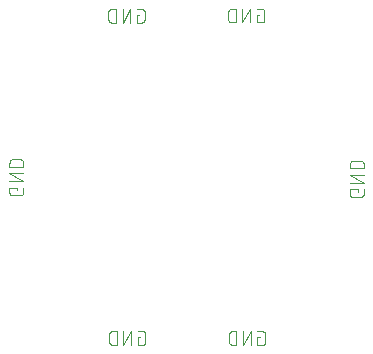
<source format=gbr>
G04 EAGLE Gerber RS-274X export*
G75*
%MOMM*%
%FSLAX34Y34*%
%LPD*%
%INSilkscreen Bottom*%
%IPPOS*%
%AMOC8*
5,1,8,0,0,1.08239X$1,22.5*%
G01*
%ADD10C,0.101600*%


D10*
X407088Y483471D02*
X405140Y483471D01*
X405140Y476980D01*
X409035Y476980D01*
X409134Y476982D01*
X409234Y476988D01*
X409333Y476997D01*
X409431Y477010D01*
X409529Y477027D01*
X409627Y477048D01*
X409723Y477073D01*
X409818Y477101D01*
X409912Y477133D01*
X410005Y477168D01*
X410097Y477207D01*
X410187Y477250D01*
X410275Y477295D01*
X410362Y477345D01*
X410446Y477397D01*
X410529Y477453D01*
X410609Y477511D01*
X410687Y477573D01*
X410762Y477638D01*
X410835Y477706D01*
X410905Y477776D01*
X410973Y477849D01*
X411038Y477924D01*
X411100Y478002D01*
X411158Y478082D01*
X411214Y478165D01*
X411266Y478249D01*
X411316Y478336D01*
X411361Y478424D01*
X411404Y478514D01*
X411443Y478606D01*
X411478Y478699D01*
X411510Y478793D01*
X411538Y478888D01*
X411563Y478984D01*
X411584Y479082D01*
X411601Y479180D01*
X411614Y479278D01*
X411623Y479377D01*
X411629Y479477D01*
X411631Y479576D01*
X411632Y479576D02*
X411632Y486068D01*
X411631Y486068D02*
X411629Y486167D01*
X411623Y486267D01*
X411614Y486366D01*
X411601Y486464D01*
X411584Y486562D01*
X411563Y486660D01*
X411538Y486756D01*
X411510Y486851D01*
X411478Y486945D01*
X411443Y487038D01*
X411404Y487130D01*
X411361Y487220D01*
X411316Y487308D01*
X411266Y487395D01*
X411214Y487479D01*
X411158Y487562D01*
X411100Y487642D01*
X411038Y487720D01*
X410973Y487795D01*
X410905Y487868D01*
X410835Y487938D01*
X410762Y488006D01*
X410687Y488071D01*
X410609Y488133D01*
X410529Y488191D01*
X410446Y488247D01*
X410362Y488299D01*
X410275Y488349D01*
X410187Y488394D01*
X410097Y488437D01*
X410005Y488476D01*
X409912Y488511D01*
X409818Y488543D01*
X409723Y488571D01*
X409627Y488596D01*
X409529Y488617D01*
X409431Y488634D01*
X409333Y488647D01*
X409234Y488656D01*
X409134Y488662D01*
X409035Y488664D01*
X405140Y488664D01*
X399440Y488664D02*
X399440Y476980D01*
X392948Y476980D02*
X399440Y488664D01*
X392948Y488664D02*
X392948Y476980D01*
X387248Y476980D02*
X387248Y488664D01*
X384002Y488664D01*
X383889Y488662D01*
X383776Y488656D01*
X383663Y488646D01*
X383550Y488632D01*
X383438Y488615D01*
X383327Y488593D01*
X383217Y488568D01*
X383107Y488538D01*
X382999Y488505D01*
X382892Y488468D01*
X382786Y488428D01*
X382682Y488383D01*
X382579Y488335D01*
X382478Y488284D01*
X382379Y488229D01*
X382282Y488171D01*
X382187Y488109D01*
X382094Y488044D01*
X382004Y487976D01*
X381916Y487905D01*
X381830Y487830D01*
X381747Y487753D01*
X381667Y487673D01*
X381590Y487590D01*
X381515Y487504D01*
X381444Y487416D01*
X381376Y487326D01*
X381311Y487233D01*
X381249Y487138D01*
X381191Y487041D01*
X381136Y486942D01*
X381085Y486841D01*
X381037Y486738D01*
X380992Y486634D01*
X380952Y486528D01*
X380915Y486421D01*
X380882Y486313D01*
X380852Y486203D01*
X380827Y486093D01*
X380805Y485982D01*
X380788Y485870D01*
X380774Y485757D01*
X380764Y485644D01*
X380758Y485531D01*
X380756Y485418D01*
X380756Y480226D01*
X380758Y480113D01*
X380764Y480000D01*
X380774Y479887D01*
X380788Y479774D01*
X380805Y479662D01*
X380827Y479551D01*
X380852Y479441D01*
X380882Y479331D01*
X380915Y479223D01*
X380952Y479116D01*
X380992Y479010D01*
X381037Y478906D01*
X381085Y478803D01*
X381136Y478702D01*
X381191Y478603D01*
X381249Y478506D01*
X381311Y478411D01*
X381376Y478318D01*
X381444Y478228D01*
X381515Y478140D01*
X381590Y478054D01*
X381667Y477971D01*
X381747Y477891D01*
X381830Y477814D01*
X381916Y477739D01*
X382004Y477668D01*
X382094Y477600D01*
X382187Y477535D01*
X382282Y477473D01*
X382379Y477415D01*
X382478Y477360D01*
X382579Y477309D01*
X382682Y477261D01*
X382786Y477216D01*
X382892Y477176D01*
X382999Y477139D01*
X383107Y477106D01*
X383217Y477076D01*
X383327Y477051D01*
X383438Y477029D01*
X383550Y477012D01*
X383663Y476998D01*
X383776Y476988D01*
X383889Y476982D01*
X384002Y476980D01*
X387248Y476980D01*
X405648Y210451D02*
X407596Y210451D01*
X405648Y210451D02*
X405648Y203960D01*
X409543Y203960D01*
X409642Y203962D01*
X409742Y203968D01*
X409841Y203977D01*
X409939Y203990D01*
X410037Y204007D01*
X410135Y204028D01*
X410231Y204053D01*
X410326Y204081D01*
X410420Y204113D01*
X410513Y204148D01*
X410605Y204187D01*
X410695Y204230D01*
X410783Y204275D01*
X410870Y204325D01*
X410954Y204377D01*
X411037Y204433D01*
X411117Y204491D01*
X411195Y204553D01*
X411270Y204618D01*
X411343Y204686D01*
X411413Y204756D01*
X411481Y204829D01*
X411546Y204904D01*
X411608Y204982D01*
X411666Y205062D01*
X411722Y205145D01*
X411774Y205229D01*
X411824Y205316D01*
X411869Y205404D01*
X411912Y205494D01*
X411951Y205586D01*
X411986Y205679D01*
X412018Y205773D01*
X412046Y205868D01*
X412071Y205964D01*
X412092Y206062D01*
X412109Y206160D01*
X412122Y206258D01*
X412131Y206357D01*
X412137Y206457D01*
X412139Y206556D01*
X412140Y206556D02*
X412140Y213048D01*
X412139Y213048D02*
X412137Y213147D01*
X412131Y213247D01*
X412122Y213346D01*
X412109Y213444D01*
X412092Y213542D01*
X412071Y213640D01*
X412046Y213736D01*
X412018Y213831D01*
X411986Y213925D01*
X411951Y214018D01*
X411912Y214110D01*
X411869Y214200D01*
X411824Y214288D01*
X411774Y214375D01*
X411722Y214459D01*
X411666Y214542D01*
X411608Y214622D01*
X411546Y214700D01*
X411481Y214775D01*
X411413Y214848D01*
X411343Y214918D01*
X411270Y214986D01*
X411195Y215051D01*
X411117Y215113D01*
X411037Y215171D01*
X410954Y215227D01*
X410870Y215279D01*
X410783Y215329D01*
X410695Y215374D01*
X410605Y215417D01*
X410513Y215456D01*
X410420Y215491D01*
X410326Y215523D01*
X410231Y215551D01*
X410135Y215576D01*
X410037Y215597D01*
X409939Y215614D01*
X409841Y215627D01*
X409742Y215636D01*
X409642Y215642D01*
X409543Y215644D01*
X405648Y215644D01*
X399948Y215644D02*
X399948Y203960D01*
X393456Y203960D02*
X399948Y215644D01*
X393456Y215644D02*
X393456Y203960D01*
X387756Y203960D02*
X387756Y215644D01*
X384510Y215644D01*
X384397Y215642D01*
X384284Y215636D01*
X384171Y215626D01*
X384058Y215612D01*
X383946Y215595D01*
X383835Y215573D01*
X383725Y215548D01*
X383615Y215518D01*
X383507Y215485D01*
X383400Y215448D01*
X383294Y215408D01*
X383190Y215363D01*
X383087Y215315D01*
X382986Y215264D01*
X382887Y215209D01*
X382790Y215151D01*
X382695Y215089D01*
X382602Y215024D01*
X382512Y214956D01*
X382424Y214885D01*
X382338Y214810D01*
X382255Y214733D01*
X382175Y214653D01*
X382098Y214570D01*
X382023Y214484D01*
X381952Y214396D01*
X381884Y214306D01*
X381819Y214213D01*
X381757Y214118D01*
X381699Y214021D01*
X381644Y213922D01*
X381593Y213821D01*
X381545Y213718D01*
X381500Y213614D01*
X381460Y213508D01*
X381423Y213401D01*
X381390Y213293D01*
X381360Y213183D01*
X381335Y213073D01*
X381313Y212962D01*
X381296Y212850D01*
X381282Y212737D01*
X381272Y212624D01*
X381266Y212511D01*
X381264Y212398D01*
X381264Y207206D01*
X381266Y207093D01*
X381272Y206980D01*
X381282Y206867D01*
X381296Y206754D01*
X381313Y206642D01*
X381335Y206531D01*
X381360Y206421D01*
X381390Y206311D01*
X381423Y206203D01*
X381460Y206096D01*
X381500Y205990D01*
X381545Y205886D01*
X381593Y205783D01*
X381644Y205682D01*
X381699Y205583D01*
X381757Y205486D01*
X381819Y205391D01*
X381884Y205298D01*
X381952Y205208D01*
X382023Y205120D01*
X382098Y205034D01*
X382175Y204951D01*
X382255Y204871D01*
X382338Y204794D01*
X382424Y204719D01*
X382512Y204648D01*
X382602Y204580D01*
X382695Y204515D01*
X382790Y204453D01*
X382887Y204395D01*
X382986Y204340D01*
X383087Y204289D01*
X383190Y204241D01*
X383294Y204196D01*
X383400Y204156D01*
X383507Y204119D01*
X383615Y204086D01*
X383725Y204056D01*
X383835Y204031D01*
X383946Y204009D01*
X384058Y203992D01*
X384171Y203978D01*
X384284Y203968D01*
X384397Y203962D01*
X384510Y203960D01*
X387756Y203960D01*
X202239Y335056D02*
X202239Y337004D01*
X195748Y337004D01*
X195748Y333109D01*
X195750Y333010D01*
X195756Y332910D01*
X195765Y332811D01*
X195778Y332713D01*
X195795Y332615D01*
X195816Y332517D01*
X195841Y332421D01*
X195869Y332326D01*
X195901Y332232D01*
X195936Y332139D01*
X195975Y332047D01*
X196018Y331957D01*
X196063Y331869D01*
X196113Y331782D01*
X196165Y331698D01*
X196221Y331615D01*
X196279Y331535D01*
X196341Y331457D01*
X196406Y331382D01*
X196474Y331309D01*
X196544Y331239D01*
X196617Y331171D01*
X196692Y331106D01*
X196770Y331044D01*
X196850Y330986D01*
X196933Y330930D01*
X197017Y330878D01*
X197104Y330828D01*
X197192Y330783D01*
X197282Y330740D01*
X197374Y330701D01*
X197467Y330666D01*
X197561Y330634D01*
X197656Y330606D01*
X197752Y330581D01*
X197850Y330560D01*
X197948Y330543D01*
X198046Y330530D01*
X198145Y330521D01*
X198245Y330515D01*
X198344Y330513D01*
X198344Y330512D02*
X204836Y330512D01*
X204836Y330513D02*
X204935Y330515D01*
X205035Y330521D01*
X205134Y330530D01*
X205232Y330543D01*
X205330Y330560D01*
X205428Y330581D01*
X205524Y330606D01*
X205619Y330634D01*
X205713Y330666D01*
X205806Y330701D01*
X205898Y330740D01*
X205988Y330783D01*
X206076Y330828D01*
X206163Y330878D01*
X206247Y330930D01*
X206330Y330986D01*
X206410Y331044D01*
X206488Y331106D01*
X206563Y331171D01*
X206636Y331239D01*
X206706Y331309D01*
X206774Y331382D01*
X206839Y331457D01*
X206901Y331535D01*
X206959Y331615D01*
X207015Y331698D01*
X207067Y331782D01*
X207117Y331869D01*
X207162Y331957D01*
X207205Y332047D01*
X207244Y332139D01*
X207279Y332231D01*
X207311Y332326D01*
X207339Y332421D01*
X207364Y332517D01*
X207385Y332615D01*
X207402Y332713D01*
X207415Y332811D01*
X207424Y332910D01*
X207430Y333010D01*
X207432Y333109D01*
X207432Y337004D01*
X207432Y342704D02*
X195748Y342704D01*
X195748Y349196D02*
X207432Y342704D01*
X207432Y349196D02*
X195748Y349196D01*
X195748Y354896D02*
X207432Y354896D01*
X207432Y358142D01*
X207430Y358255D01*
X207424Y358368D01*
X207414Y358481D01*
X207400Y358594D01*
X207383Y358706D01*
X207361Y358817D01*
X207336Y358927D01*
X207306Y359037D01*
X207273Y359145D01*
X207236Y359252D01*
X207196Y359358D01*
X207151Y359462D01*
X207103Y359565D01*
X207052Y359666D01*
X206997Y359765D01*
X206939Y359862D01*
X206877Y359957D01*
X206812Y360050D01*
X206744Y360140D01*
X206673Y360228D01*
X206598Y360314D01*
X206521Y360397D01*
X206441Y360477D01*
X206358Y360554D01*
X206272Y360629D01*
X206184Y360700D01*
X206094Y360768D01*
X206001Y360833D01*
X205906Y360895D01*
X205809Y360953D01*
X205710Y361008D01*
X205609Y361059D01*
X205506Y361107D01*
X205402Y361152D01*
X205296Y361192D01*
X205189Y361229D01*
X205081Y361262D01*
X204971Y361292D01*
X204861Y361317D01*
X204750Y361339D01*
X204638Y361356D01*
X204525Y361370D01*
X204412Y361380D01*
X204299Y361386D01*
X204186Y361388D01*
X198994Y361388D01*
X198881Y361386D01*
X198768Y361380D01*
X198655Y361370D01*
X198542Y361356D01*
X198430Y361339D01*
X198319Y361317D01*
X198209Y361292D01*
X198099Y361262D01*
X197991Y361229D01*
X197884Y361192D01*
X197778Y361152D01*
X197674Y361107D01*
X197571Y361059D01*
X197470Y361008D01*
X197371Y360953D01*
X197274Y360895D01*
X197179Y360833D01*
X197086Y360768D01*
X196996Y360700D01*
X196908Y360629D01*
X196822Y360554D01*
X196739Y360477D01*
X196659Y360397D01*
X196582Y360314D01*
X196507Y360228D01*
X196436Y360140D01*
X196368Y360050D01*
X196303Y359957D01*
X196241Y359862D01*
X196183Y359765D01*
X196128Y359666D01*
X196077Y359565D01*
X196029Y359462D01*
X195984Y359358D01*
X195944Y359252D01*
X195907Y359145D01*
X195874Y359037D01*
X195844Y358927D01*
X195819Y358817D01*
X195797Y358706D01*
X195780Y358594D01*
X195766Y358481D01*
X195756Y358368D01*
X195750Y358255D01*
X195748Y358142D01*
X195748Y354896D01*
X303628Y483344D02*
X305576Y483344D01*
X303628Y483344D02*
X303628Y476853D01*
X307523Y476853D01*
X307622Y476855D01*
X307722Y476861D01*
X307821Y476870D01*
X307919Y476883D01*
X308017Y476900D01*
X308115Y476921D01*
X308211Y476946D01*
X308306Y476974D01*
X308400Y477006D01*
X308493Y477041D01*
X308585Y477080D01*
X308675Y477123D01*
X308763Y477168D01*
X308850Y477218D01*
X308934Y477270D01*
X309017Y477326D01*
X309097Y477384D01*
X309175Y477446D01*
X309250Y477511D01*
X309323Y477579D01*
X309393Y477649D01*
X309461Y477722D01*
X309526Y477797D01*
X309588Y477875D01*
X309646Y477955D01*
X309702Y478038D01*
X309754Y478122D01*
X309804Y478209D01*
X309849Y478297D01*
X309892Y478387D01*
X309931Y478479D01*
X309966Y478572D01*
X309998Y478666D01*
X310026Y478761D01*
X310051Y478857D01*
X310072Y478955D01*
X310089Y479053D01*
X310102Y479151D01*
X310111Y479250D01*
X310117Y479350D01*
X310119Y479449D01*
X310120Y479449D02*
X310120Y485941D01*
X310119Y485941D02*
X310117Y486040D01*
X310111Y486140D01*
X310102Y486239D01*
X310089Y486337D01*
X310072Y486435D01*
X310051Y486533D01*
X310026Y486629D01*
X309998Y486724D01*
X309966Y486818D01*
X309931Y486911D01*
X309892Y487003D01*
X309849Y487093D01*
X309804Y487181D01*
X309754Y487268D01*
X309702Y487352D01*
X309646Y487435D01*
X309588Y487515D01*
X309526Y487593D01*
X309461Y487668D01*
X309393Y487741D01*
X309323Y487811D01*
X309250Y487879D01*
X309175Y487944D01*
X309097Y488006D01*
X309017Y488064D01*
X308934Y488120D01*
X308850Y488172D01*
X308763Y488222D01*
X308675Y488267D01*
X308585Y488310D01*
X308493Y488349D01*
X308400Y488384D01*
X308306Y488416D01*
X308211Y488444D01*
X308115Y488469D01*
X308017Y488490D01*
X307919Y488507D01*
X307821Y488520D01*
X307722Y488529D01*
X307622Y488535D01*
X307523Y488537D01*
X303628Y488537D01*
X297928Y488537D02*
X297928Y476853D01*
X291436Y476853D02*
X297928Y488537D01*
X291436Y488537D02*
X291436Y476853D01*
X285736Y476853D02*
X285736Y488537D01*
X282490Y488537D01*
X282377Y488535D01*
X282264Y488529D01*
X282151Y488519D01*
X282038Y488505D01*
X281926Y488488D01*
X281815Y488466D01*
X281705Y488441D01*
X281595Y488411D01*
X281487Y488378D01*
X281380Y488341D01*
X281274Y488301D01*
X281170Y488256D01*
X281067Y488208D01*
X280966Y488157D01*
X280867Y488102D01*
X280770Y488044D01*
X280675Y487982D01*
X280582Y487917D01*
X280492Y487849D01*
X280404Y487778D01*
X280318Y487703D01*
X280235Y487626D01*
X280155Y487546D01*
X280078Y487463D01*
X280003Y487377D01*
X279932Y487289D01*
X279864Y487199D01*
X279799Y487106D01*
X279737Y487011D01*
X279679Y486914D01*
X279624Y486815D01*
X279573Y486714D01*
X279525Y486611D01*
X279480Y486507D01*
X279440Y486401D01*
X279403Y486294D01*
X279370Y486186D01*
X279340Y486076D01*
X279315Y485966D01*
X279293Y485855D01*
X279276Y485743D01*
X279262Y485630D01*
X279252Y485517D01*
X279246Y485404D01*
X279244Y485291D01*
X279244Y480099D01*
X279246Y479986D01*
X279252Y479873D01*
X279262Y479760D01*
X279276Y479647D01*
X279293Y479535D01*
X279315Y479424D01*
X279340Y479314D01*
X279370Y479204D01*
X279403Y479096D01*
X279440Y478989D01*
X279480Y478883D01*
X279525Y478779D01*
X279573Y478676D01*
X279624Y478575D01*
X279679Y478476D01*
X279737Y478379D01*
X279799Y478284D01*
X279864Y478191D01*
X279932Y478101D01*
X280003Y478013D01*
X280078Y477927D01*
X280155Y477844D01*
X280235Y477764D01*
X280318Y477687D01*
X280404Y477612D01*
X280492Y477541D01*
X280582Y477473D01*
X280675Y477408D01*
X280770Y477346D01*
X280867Y477288D01*
X280966Y477233D01*
X281067Y477182D01*
X281170Y477134D01*
X281274Y477089D01*
X281380Y477049D01*
X281487Y477012D01*
X281595Y476979D01*
X281705Y476949D01*
X281815Y476924D01*
X281926Y476902D01*
X282038Y476885D01*
X282151Y476871D01*
X282264Y476861D01*
X282377Y476855D01*
X282490Y476853D01*
X285736Y476853D01*
X304302Y210451D02*
X306250Y210451D01*
X304302Y210451D02*
X304302Y203960D01*
X308197Y203960D01*
X308296Y203962D01*
X308396Y203968D01*
X308495Y203977D01*
X308593Y203990D01*
X308691Y204007D01*
X308789Y204028D01*
X308885Y204053D01*
X308980Y204081D01*
X309074Y204113D01*
X309167Y204148D01*
X309259Y204187D01*
X309349Y204230D01*
X309437Y204275D01*
X309524Y204325D01*
X309608Y204377D01*
X309691Y204433D01*
X309771Y204491D01*
X309849Y204553D01*
X309924Y204618D01*
X309997Y204686D01*
X310067Y204756D01*
X310135Y204829D01*
X310200Y204904D01*
X310262Y204982D01*
X310320Y205062D01*
X310376Y205145D01*
X310428Y205229D01*
X310478Y205316D01*
X310523Y205404D01*
X310566Y205494D01*
X310605Y205586D01*
X310640Y205679D01*
X310672Y205773D01*
X310700Y205868D01*
X310725Y205964D01*
X310746Y206062D01*
X310763Y206160D01*
X310776Y206258D01*
X310785Y206357D01*
X310791Y206457D01*
X310793Y206556D01*
X310794Y206556D02*
X310794Y213048D01*
X310793Y213048D02*
X310791Y213147D01*
X310785Y213247D01*
X310776Y213346D01*
X310763Y213444D01*
X310746Y213542D01*
X310725Y213640D01*
X310700Y213736D01*
X310672Y213831D01*
X310640Y213925D01*
X310605Y214018D01*
X310566Y214110D01*
X310523Y214200D01*
X310478Y214288D01*
X310428Y214375D01*
X310376Y214459D01*
X310320Y214542D01*
X310262Y214622D01*
X310200Y214700D01*
X310135Y214775D01*
X310067Y214848D01*
X309997Y214918D01*
X309924Y214986D01*
X309849Y215051D01*
X309771Y215113D01*
X309691Y215171D01*
X309608Y215227D01*
X309524Y215279D01*
X309437Y215329D01*
X309349Y215374D01*
X309259Y215417D01*
X309167Y215456D01*
X309074Y215491D01*
X308980Y215523D01*
X308885Y215551D01*
X308789Y215576D01*
X308691Y215597D01*
X308593Y215614D01*
X308495Y215627D01*
X308396Y215636D01*
X308296Y215642D01*
X308197Y215644D01*
X304302Y215644D01*
X298602Y215644D02*
X298602Y203960D01*
X292110Y203960D02*
X298602Y215644D01*
X292110Y215644D02*
X292110Y203960D01*
X286410Y203960D02*
X286410Y215644D01*
X283164Y215644D01*
X283051Y215642D01*
X282938Y215636D01*
X282825Y215626D01*
X282712Y215612D01*
X282600Y215595D01*
X282489Y215573D01*
X282379Y215548D01*
X282269Y215518D01*
X282161Y215485D01*
X282054Y215448D01*
X281948Y215408D01*
X281844Y215363D01*
X281741Y215315D01*
X281640Y215264D01*
X281541Y215209D01*
X281444Y215151D01*
X281349Y215089D01*
X281256Y215024D01*
X281166Y214956D01*
X281078Y214885D01*
X280992Y214810D01*
X280909Y214733D01*
X280829Y214653D01*
X280752Y214570D01*
X280677Y214484D01*
X280606Y214396D01*
X280538Y214306D01*
X280473Y214213D01*
X280411Y214118D01*
X280353Y214021D01*
X280298Y213922D01*
X280247Y213821D01*
X280199Y213718D01*
X280154Y213614D01*
X280114Y213508D01*
X280077Y213401D01*
X280044Y213293D01*
X280014Y213183D01*
X279989Y213073D01*
X279967Y212962D01*
X279950Y212850D01*
X279936Y212737D01*
X279926Y212624D01*
X279920Y212511D01*
X279918Y212398D01*
X279918Y207206D01*
X279920Y207093D01*
X279926Y206980D01*
X279936Y206867D01*
X279950Y206754D01*
X279967Y206642D01*
X279989Y206531D01*
X280014Y206421D01*
X280044Y206311D01*
X280077Y206203D01*
X280114Y206096D01*
X280154Y205990D01*
X280199Y205886D01*
X280247Y205783D01*
X280298Y205682D01*
X280353Y205583D01*
X280411Y205486D01*
X280473Y205391D01*
X280538Y205298D01*
X280606Y205208D01*
X280677Y205120D01*
X280752Y205034D01*
X280829Y204951D01*
X280909Y204871D01*
X280992Y204794D01*
X281078Y204719D01*
X281166Y204648D01*
X281256Y204580D01*
X281349Y204515D01*
X281444Y204453D01*
X281541Y204395D01*
X281640Y204340D01*
X281741Y204289D01*
X281844Y204241D01*
X281948Y204196D01*
X282054Y204156D01*
X282161Y204119D01*
X282269Y204086D01*
X282379Y204056D01*
X282489Y204031D01*
X282600Y204009D01*
X282712Y203992D01*
X282825Y203978D01*
X282938Y203968D01*
X283051Y203962D01*
X283164Y203960D01*
X286410Y203960D01*
X490529Y333786D02*
X490529Y335734D01*
X484038Y335734D01*
X484038Y331839D01*
X484040Y331740D01*
X484046Y331640D01*
X484055Y331541D01*
X484068Y331443D01*
X484085Y331345D01*
X484106Y331247D01*
X484131Y331151D01*
X484159Y331056D01*
X484191Y330962D01*
X484226Y330869D01*
X484265Y330777D01*
X484308Y330687D01*
X484353Y330599D01*
X484403Y330512D01*
X484455Y330428D01*
X484511Y330345D01*
X484569Y330265D01*
X484631Y330187D01*
X484696Y330112D01*
X484764Y330039D01*
X484834Y329969D01*
X484907Y329901D01*
X484982Y329836D01*
X485060Y329774D01*
X485140Y329716D01*
X485223Y329660D01*
X485307Y329608D01*
X485394Y329558D01*
X485482Y329513D01*
X485572Y329470D01*
X485664Y329431D01*
X485757Y329396D01*
X485851Y329364D01*
X485946Y329336D01*
X486042Y329311D01*
X486140Y329290D01*
X486238Y329273D01*
X486336Y329260D01*
X486435Y329251D01*
X486535Y329245D01*
X486634Y329243D01*
X486634Y329242D02*
X493126Y329242D01*
X493126Y329243D02*
X493225Y329245D01*
X493325Y329251D01*
X493424Y329260D01*
X493522Y329273D01*
X493620Y329290D01*
X493718Y329311D01*
X493814Y329336D01*
X493909Y329364D01*
X494003Y329396D01*
X494096Y329431D01*
X494188Y329470D01*
X494278Y329513D01*
X494366Y329558D01*
X494453Y329608D01*
X494537Y329660D01*
X494620Y329716D01*
X494700Y329774D01*
X494778Y329836D01*
X494853Y329901D01*
X494926Y329969D01*
X494996Y330039D01*
X495064Y330112D01*
X495129Y330187D01*
X495191Y330265D01*
X495249Y330345D01*
X495305Y330428D01*
X495357Y330512D01*
X495407Y330599D01*
X495452Y330687D01*
X495495Y330777D01*
X495534Y330869D01*
X495569Y330961D01*
X495601Y331056D01*
X495629Y331151D01*
X495654Y331247D01*
X495675Y331345D01*
X495692Y331443D01*
X495705Y331541D01*
X495714Y331640D01*
X495720Y331740D01*
X495722Y331839D01*
X495722Y335734D01*
X495722Y341434D02*
X484038Y341434D01*
X484038Y347926D02*
X495722Y341434D01*
X495722Y347926D02*
X484038Y347926D01*
X484038Y353626D02*
X495722Y353626D01*
X495722Y356872D01*
X495720Y356985D01*
X495714Y357098D01*
X495704Y357211D01*
X495690Y357324D01*
X495673Y357436D01*
X495651Y357547D01*
X495626Y357657D01*
X495596Y357767D01*
X495563Y357875D01*
X495526Y357982D01*
X495486Y358088D01*
X495441Y358192D01*
X495393Y358295D01*
X495342Y358396D01*
X495287Y358495D01*
X495229Y358592D01*
X495167Y358687D01*
X495102Y358780D01*
X495034Y358870D01*
X494963Y358958D01*
X494888Y359044D01*
X494811Y359127D01*
X494731Y359207D01*
X494648Y359284D01*
X494562Y359359D01*
X494474Y359430D01*
X494384Y359498D01*
X494291Y359563D01*
X494196Y359625D01*
X494099Y359683D01*
X494000Y359738D01*
X493899Y359789D01*
X493796Y359837D01*
X493692Y359882D01*
X493586Y359922D01*
X493479Y359959D01*
X493371Y359992D01*
X493261Y360022D01*
X493151Y360047D01*
X493040Y360069D01*
X492928Y360086D01*
X492815Y360100D01*
X492702Y360110D01*
X492589Y360116D01*
X492476Y360118D01*
X487284Y360118D01*
X487171Y360116D01*
X487058Y360110D01*
X486945Y360100D01*
X486832Y360086D01*
X486720Y360069D01*
X486609Y360047D01*
X486499Y360022D01*
X486389Y359992D01*
X486281Y359959D01*
X486174Y359922D01*
X486068Y359882D01*
X485964Y359837D01*
X485861Y359789D01*
X485760Y359738D01*
X485661Y359683D01*
X485564Y359625D01*
X485469Y359563D01*
X485376Y359498D01*
X485286Y359430D01*
X485198Y359359D01*
X485112Y359284D01*
X485029Y359207D01*
X484949Y359127D01*
X484872Y359044D01*
X484797Y358958D01*
X484726Y358870D01*
X484658Y358780D01*
X484593Y358687D01*
X484531Y358592D01*
X484473Y358495D01*
X484418Y358396D01*
X484367Y358295D01*
X484319Y358192D01*
X484274Y358088D01*
X484234Y357982D01*
X484197Y357875D01*
X484164Y357767D01*
X484134Y357657D01*
X484109Y357547D01*
X484087Y357436D01*
X484070Y357324D01*
X484056Y357211D01*
X484046Y357098D01*
X484040Y356985D01*
X484038Y356872D01*
X484038Y353626D01*
M02*

</source>
